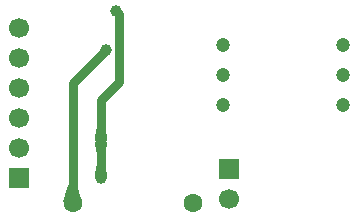
<source format=gbr>
%TF.GenerationSoftware,KiCad,Pcbnew,9.0.5*%
%TF.CreationDate,2025-11-27T21:34:18+09:00*%
%TF.ProjectId,ltc6820,6c746336-3832-4302-9e6b-696361645f70,rev?*%
%TF.SameCoordinates,Original*%
%TF.FileFunction,Copper,L2,Bot*%
%TF.FilePolarity,Positive*%
%FSLAX46Y46*%
G04 Gerber Fmt 4.6, Leading zero omitted, Abs format (unit mm)*
G04 Created by KiCad (PCBNEW 9.0.5) date 2025-11-27 21:34:18*
%MOMM*%
%LPD*%
G01*
G04 APERTURE LIST*
%TA.AperFunction,ComponentPad*%
%ADD10C,1.200000*%
%TD*%
%TA.AperFunction,ComponentPad*%
%ADD11C,1.600000*%
%TD*%
%TA.AperFunction,ComponentPad*%
%ADD12R,1.700000X1.700000*%
%TD*%
%TA.AperFunction,ComponentPad*%
%ADD13C,1.700000*%
%TD*%
%TA.AperFunction,ViaPad*%
%ADD14C,1.000000*%
%TD*%
%TA.AperFunction,Conductor*%
%ADD15C,0.800000*%
%TD*%
G04 APERTURE END LIST*
D10*
%TO.P,T1,1*%
%TO.N,Net-(U1-IP)*%
X93472000Y-59852600D03*
%TO.P,T1,2*%
%TO.N,Net-(C1-Pad1)*%
X93472000Y-62392600D03*
%TO.P,T1,3*%
%TO.N,Net-(U1-IM)*%
X93472000Y-64932600D03*
%TO.P,T1,4*%
%TO.N,IMM*%
X103632000Y-64932600D03*
%TO.P,T1,5*%
%TO.N,N/C*%
X103632000Y-62392600D03*
%TO.P,T1,6*%
%TO.N,IPP*%
X103632000Y-59852600D03*
%TD*%
D11*
%TO.P,R4,1*%
%TO.N,+3V3*%
X90932000Y-73279000D03*
%TO.P,R4,2*%
%TO.N,Net-(JP1-B)*%
X80772000Y-73279000D03*
%TD*%
D12*
%TO.P,J1,1,Pin_1*%
%TO.N,GND*%
X76200000Y-71120000D03*
D13*
%TO.P,J1,2,Pin_2*%
%TO.N,+3V3*%
X76200000Y-68580000D03*
%TO.P,J1,3,Pin_3*%
%TO.N,CS*%
X76200000Y-66040000D03*
%TO.P,J1,4,Pin_4*%
%TO.N,SCK*%
X76200000Y-63500000D03*
%TO.P,J1,5,Pin_5*%
%TO.N,MISO*%
X76200000Y-60960000D03*
%TO.P,J1,6,Pin_6*%
%TO.N,MOSI*%
X76200000Y-58420000D03*
%TD*%
D12*
%TO.P,J2,1,Pin_1*%
%TO.N,IPP*%
X94040000Y-70340000D03*
D13*
%TO.P,J2,2,Pin_2*%
%TO.N,IMM*%
X94040000Y-72880000D03*
%TD*%
D14*
%TO.N,GND*%
X83185000Y-67945000D03*
X83185000Y-71120000D03*
X84455000Y-57023000D03*
%TO.N,Net-(JP1-B)*%
X83566000Y-60325000D03*
%TD*%
D15*
%TO.N,GND*%
X84709000Y-62992000D02*
X83185000Y-64516000D01*
X84455000Y-57023000D02*
X84709000Y-57277000D01*
X83185000Y-64516000D02*
X83185000Y-67945000D01*
X84709000Y-57277000D02*
X84709000Y-62992000D01*
X83185000Y-67945000D02*
X83185000Y-71120000D01*
%TO.N,Net-(JP1-B)*%
X80772000Y-63119000D02*
X80772000Y-73279000D01*
X83566000Y-60325000D02*
X80772000Y-63119000D01*
%TD*%
%TA.AperFunction,Conductor*%
%TO.N,GND*%
G36*
X83585000Y-66954607D02*
G01*
X82785000Y-66954607D01*
X82694607Y-67847455D01*
X83185000Y-67946000D01*
X83675393Y-67847455D01*
X83585000Y-66954607D01*
G37*
%TD.AperFunction*%
%TD*%
%TA.AperFunction,Conductor*%
%TO.N,GND*%
G36*
X82785000Y-68935393D02*
G01*
X83585000Y-68935393D01*
X83675393Y-68042545D01*
X83185000Y-67944000D01*
X82694607Y-68042545D01*
X82785000Y-68935393D01*
G37*
%TD.AperFunction*%
%TD*%
%TA.AperFunction,Conductor*%
%TO.N,GND*%
G36*
X83585000Y-70129607D02*
G01*
X82785000Y-70129607D01*
X82694607Y-71022455D01*
X83185000Y-71121000D01*
X83675393Y-71022455D01*
X83585000Y-70129607D01*
G37*
%TD.AperFunction*%
%TD*%
%TA.AperFunction,Conductor*%
%TO.N,Net-(JP1-B)*%
G36*
X81172000Y-71694372D02*
G01*
X80372000Y-71694372D01*
X79987372Y-73122928D01*
X80772000Y-73280000D01*
X81556628Y-73122928D01*
X81172000Y-71694372D01*
G37*
%TD.AperFunction*%
%TD*%
M02*

</source>
